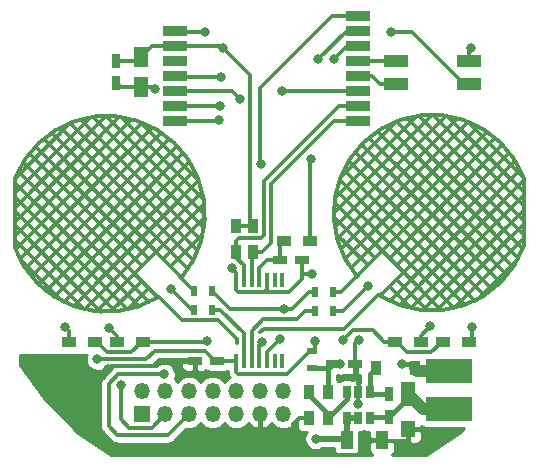
<source format=gtl>
G04 #@! TF.GenerationSoftware,KiCad,Pcbnew,no-vcs-found-6d52987~59~ubuntu16.04.1*
G04 #@! TF.CreationDate,2017-07-26T15:31:48+03:00*
G04 #@! TF.ProjectId,livolo_2_channels_1way_eu_switch,6C69766F6C6F5F325F6368616E6E656C,rev?*
G04 #@! TF.SameCoordinates,Original*
G04 #@! TF.FileFunction,Copper,L1,Top,Signal*
G04 #@! TF.FilePolarity,Positive*
%FSLAX46Y46*%
G04 Gerber Fmt 4.6, Leading zero omitted, Abs format (unit mm)*
G04 Created by KiCad (PCBNEW no-vcs-found-6d52987~59~ubuntu16.04.1) date Wed Jul 26 15:31:48 2017*
%MOMM*%
%LPD*%
G01*
G04 APERTURE LIST*
%ADD10C,0.300000*%
%ADD11R,2.000000X0.812800*%
%ADD12R,0.500000X0.900000*%
%ADD13R,2.000000X1.000000*%
%ADD14R,4.000000X2.000000*%
%ADD15R,1.200000X2.000000*%
%ADD16R,1.200000X1.400000*%
%ADD17R,0.900000X1.200000*%
%ADD18R,0.650000X1.060000*%
%ADD19R,1.200000X0.750000*%
%ADD20R,0.750000X1.200000*%
%ADD21R,1.200000X0.900000*%
%ADD22R,0.900000X0.500000*%
%ADD23O,1.350000X1.350000*%
%ADD24R,1.350000X1.350000*%
%ADD25R,1.260000X1.750000*%
%ADD26R,1.000000X1.600000*%
%ADD27R,0.400000X1.200000*%
%ADD28C,0.500000*%
%ADD29C,0.800000*%
%ADD30C,1.000000*%
%ADD31C,0.450000*%
%ADD32C,0.500000*%
%ADD33C,0.254000*%
G04 APERTURE END LIST*
D10*
X120889541Y-95391903D02*
G75*
G03X132999999Y-99649999I7785459J2791903D01*
G01*
X134992909Y-98012685D02*
G75*
G03X120925000Y-89575000I-6317909J5412685D01*
G01*
X120900000Y-89624946D02*
X120900000Y-95425000D01*
X135538257Y-97261758D02*
X124025721Y-85749222D01*
X125605965Y-84905888D02*
X120892966Y-89618887D01*
X136739542Y-90739531D02*
X126838572Y-100640501D01*
X131616559Y-84856670D02*
X136442473Y-89682584D01*
X132246678Y-96395119D02*
X122725478Y-86873919D01*
X133039443Y-99610914D02*
X121664197Y-88235668D01*
X125920933Y-100346130D02*
X136458534Y-89808529D01*
X136873884Y-91326195D02*
X129973672Y-84425983D01*
X121430323Y-96485994D02*
X124884838Y-99940509D01*
X134093456Y-97022197D02*
X136757837Y-94357816D01*
X136362306Y-95662707D02*
X125612119Y-84912520D01*
X122934367Y-98484666D02*
X134597050Y-86821983D01*
X133966056Y-86240957D02*
X122353385Y-97853628D01*
X130767479Y-84592474D02*
X120892474Y-94467479D01*
X122156953Y-87517334D02*
X131638715Y-96999096D01*
X136102544Y-88952499D02*
X125039834Y-100015209D01*
X124781631Y-85293082D02*
X135994360Y-96505811D01*
X120898895Y-93248958D02*
X129748964Y-84398889D01*
X131660268Y-98243585D02*
X129064128Y-100839725D01*
X120908553Y-91116094D02*
X130446253Y-100653794D01*
X128654907Y-84319318D02*
X136955296Y-92619707D01*
X129402779Y-100822310D02*
X120890230Y-92309761D01*
X126790720Y-100634321D02*
X120915566Y-94759167D01*
X120908963Y-93540574D02*
X128221843Y-100853454D01*
X132516979Y-85266974D02*
X121366974Y-96416979D01*
X126518178Y-84606639D02*
X136680815Y-94769276D01*
X136886801Y-93763212D02*
X127511723Y-84388134D01*
X123344181Y-86280652D02*
X135019466Y-97955937D01*
X121220690Y-89004121D02*
X132245878Y-100029309D01*
X131402299Y-100397770D02*
X120927137Y-89922608D01*
X127882698Y-100808445D02*
X136920686Y-91770457D01*
X121822505Y-97172548D02*
X133272526Y-85722527D01*
X128617929Y-84317924D02*
X120892722Y-92043131D01*
X135178001Y-87453002D02*
X123565154Y-99065849D01*
X124271291Y-99571732D02*
X135671547Y-88171476D01*
X121011018Y-95561035D02*
X131648526Y-84923527D01*
X120899332Y-90824421D02*
X127286887Y-84436866D01*
X130460061Y-100664290D02*
X132257809Y-98866542D01*
X136939651Y-92964202D02*
X133487744Y-96416109D01*
X164010459Y-95291903D02*
G75*
G02X151900001Y-99549999I-7785459J2791903D01*
G01*
X149907091Y-97912685D02*
G75*
G02X163975000Y-89475000I6317909J5412685D01*
G01*
X164000000Y-89524946D02*
X164000000Y-95325000D01*
X149361743Y-97161758D02*
X160874279Y-85649222D01*
X159294035Y-84805888D02*
X164007034Y-89518887D01*
X148160458Y-90639531D02*
X158061428Y-100540501D01*
X153283441Y-84756670D02*
X148457527Y-89582584D01*
X152653322Y-96295119D02*
X162174522Y-86773919D01*
X151860557Y-99510914D02*
X163235803Y-88135668D01*
X158979067Y-100246130D02*
X148441466Y-89708529D01*
X148026116Y-91226195D02*
X154926328Y-84325983D01*
X163469677Y-96385994D02*
X160015162Y-99840509D01*
X150806544Y-96922197D02*
X148142163Y-94257816D01*
X148537694Y-95562707D02*
X159287881Y-84812520D01*
X161965633Y-98384666D02*
X150302950Y-86721983D01*
X150933944Y-86140957D02*
X162546615Y-97753628D01*
X154132521Y-84492474D02*
X164007526Y-94367479D01*
X162743047Y-87417334D02*
X153261285Y-96899096D01*
X148797456Y-88852499D02*
X159860166Y-99915209D01*
X160118369Y-85193082D02*
X148905640Y-96405811D01*
X164001105Y-93148958D02*
X155151036Y-84298889D01*
X153239732Y-98143585D02*
X155835872Y-100739725D01*
X163991447Y-91016094D02*
X154453747Y-100553794D01*
X156245093Y-84219318D02*
X147944704Y-92519707D01*
X155497221Y-100722310D02*
X164009770Y-92209761D01*
X158109280Y-100534321D02*
X163984434Y-94659167D01*
X163991037Y-93440574D02*
X156678157Y-100753454D01*
X152383021Y-85166974D02*
X163533026Y-96316979D01*
X158381822Y-84506639D02*
X148219185Y-94669276D01*
X148013199Y-93663212D02*
X157388277Y-84288134D01*
X161555819Y-86180652D02*
X149880534Y-97855937D01*
X163679310Y-88904121D02*
X152654122Y-99929309D01*
X153497701Y-100297770D02*
X163972863Y-89822608D01*
X157017302Y-100708445D02*
X147979314Y-91670457D01*
X163077495Y-97072548D02*
X151627474Y-85622527D01*
X156282071Y-84217924D02*
X164007278Y-91943131D01*
X149721999Y-87353002D02*
X161334846Y-98965849D01*
X160628709Y-99471732D02*
X149228453Y-88071476D01*
X163888982Y-95461035D02*
X153251474Y-84823527D01*
X164000668Y-90724421D02*
X157613113Y-84336866D01*
X154439939Y-100564290D02*
X152642191Y-98766542D01*
X147960349Y-92864202D02*
X151412256Y-96316109D01*
D11*
X134500000Y-84710000D03*
X149946000Y-84710000D03*
X134500000Y-83440000D03*
X149946000Y-83440000D03*
X134500000Y-82170000D03*
X149946000Y-82170000D03*
X134500000Y-80900000D03*
X149946000Y-80900000D03*
X134500000Y-79630000D03*
X149946000Y-79630000D03*
X134500000Y-78360000D03*
X149946000Y-78360000D03*
X134500000Y-77090000D03*
X149946000Y-77090000D03*
X149946000Y-75820000D03*
D12*
X146350000Y-100800000D03*
X147850000Y-100800000D03*
X146350000Y-99200000D03*
X147850000Y-99200000D03*
X136100000Y-100700000D03*
X137600000Y-100700000D03*
X136100000Y-99100000D03*
X137600000Y-99100000D03*
D13*
X159400000Y-81600000D03*
X153150000Y-81600000D03*
X159400000Y-79600000D03*
X153150000Y-79600000D03*
D14*
X157700000Y-105850000D03*
X157700000Y-109100000D03*
D15*
X154200000Y-107800000D03*
D16*
X154200000Y-110800000D03*
D17*
X145800000Y-107700000D03*
X145800000Y-109900000D03*
D18*
X150000000Y-109900000D03*
X150950000Y-109900000D03*
X149050000Y-109900000D03*
X149050000Y-107700000D03*
X150000000Y-107700000D03*
X150950000Y-107700000D03*
D19*
X147850000Y-105300000D03*
X149750000Y-105300000D03*
D20*
X152600000Y-109750000D03*
X152600000Y-107850000D03*
D17*
X154750000Y-105600000D03*
X151450000Y-105600000D03*
X147400000Y-109900000D03*
X147400000Y-107700000D03*
D21*
X155300000Y-103400000D03*
X153100000Y-103400000D03*
X157200000Y-103400000D03*
X159400000Y-103400000D03*
X129600000Y-103400000D03*
X131800000Y-103400000D03*
X127700000Y-103400000D03*
X125500000Y-103400000D03*
D22*
X146100000Y-104150000D03*
X146100000Y-105650000D03*
D23*
X143650000Y-107550000D03*
X143650000Y-109550000D03*
X141650000Y-107550000D03*
X141650000Y-109550000D03*
X139650000Y-107550000D03*
X139650000Y-109550000D03*
X137650000Y-107550000D03*
X137650000Y-109550000D03*
X135650000Y-107550000D03*
X135650000Y-109550000D03*
X133650000Y-107550000D03*
X133650000Y-109550000D03*
X131650000Y-107550000D03*
D24*
X131650000Y-109550000D03*
D25*
X131600000Y-81875000D03*
X131600000Y-79325000D03*
D20*
X129500000Y-79600000D03*
X129500000Y-81500000D03*
D26*
X152000000Y-111700000D03*
X149000000Y-111700000D03*
D19*
X136150000Y-105000000D03*
X138050000Y-105000000D03*
X145250000Y-96500000D03*
X143350000Y-96500000D03*
D17*
X139600000Y-93600000D03*
X139600000Y-95800000D03*
D21*
X145900000Y-94900000D03*
X143700000Y-94900000D03*
D17*
X141100000Y-95800000D03*
X141100000Y-93600000D03*
D27*
X139650000Y-98150000D03*
X140300000Y-98150000D03*
X140950000Y-98150000D03*
X141600000Y-98150000D03*
X142250000Y-98150000D03*
X142900000Y-98150000D03*
X143550000Y-98150000D03*
X143550000Y-105050000D03*
X142900000Y-105050000D03*
X142250000Y-105050000D03*
X141600000Y-105050000D03*
X140950000Y-105050000D03*
X140300000Y-105050000D03*
X139650000Y-105050000D03*
D28*
X132950000Y-99575000D03*
X135000000Y-97900000D03*
X151950000Y-99475000D03*
X149900000Y-97800000D03*
D29*
X159500000Y-78500000D03*
X138500000Y-78500000D03*
X127899996Y-104900000D03*
X146300000Y-103300000D03*
X132749996Y-82000000D03*
X146100000Y-97700000D03*
X139300000Y-97200000D03*
X150035090Y-103249990D03*
X128800000Y-105750032D03*
X152800002Y-77200000D03*
X150800000Y-111800000D03*
X150000000Y-108669998D03*
X137000000Y-77200000D03*
X153700000Y-105300000D03*
X148449998Y-105300000D03*
X146400000Y-111599998D03*
X128900000Y-102200000D03*
X125194336Y-102172950D03*
X159591515Y-102115141D03*
X156099946Y-102100000D03*
X137207897Y-103342742D03*
X141720518Y-88370840D03*
X148700004Y-103249990D03*
X146600002Y-79500000D03*
X138227690Y-84670213D03*
X129905440Y-107104681D03*
X139949990Y-82840072D03*
X138264885Y-83406563D03*
X133551048Y-106151048D03*
X138400000Y-81000000D03*
X143347890Y-103154207D03*
X143659716Y-100638647D03*
X150800000Y-98700000D03*
X134100005Y-98899995D03*
X146000000Y-87900000D03*
X147900000Y-79500000D03*
X141850802Y-103448768D03*
X143549979Y-82200645D03*
D10*
X141100000Y-93600000D02*
X141100000Y-93450000D01*
X141100000Y-93450000D02*
X140800000Y-93150000D01*
X140800000Y-93150000D02*
X140800000Y-80800000D01*
X140800000Y-80800000D02*
X138500000Y-78500000D01*
X159400000Y-79600000D02*
X159400000Y-78600000D01*
X159400000Y-78600000D02*
X159500000Y-78500000D01*
X138360000Y-78360000D02*
X138500000Y-78500000D01*
X134500000Y-78360000D02*
X138360000Y-78360000D01*
X141100000Y-93600000D02*
X139600000Y-93600000D01*
X128465689Y-104900008D02*
X128465681Y-104900000D01*
X136999999Y-104174999D02*
X132776458Y-104174999D01*
X132776458Y-104174999D02*
X132051449Y-104900008D01*
X128465681Y-104900000D02*
X127899996Y-104900000D01*
X137825000Y-105000000D02*
X136999999Y-104174999D01*
X138050000Y-105000000D02*
X137825000Y-105000000D01*
X132051449Y-104900008D02*
X128465689Y-104900008D01*
X146300000Y-103300000D02*
X146300000Y-103950000D01*
X146300000Y-103950000D02*
X146100000Y-104150000D01*
X139800000Y-106100000D02*
X143950000Y-106100000D01*
X143950000Y-106100000D02*
X145900000Y-104150000D01*
X145900000Y-104150000D02*
X146100000Y-104150000D01*
X139650000Y-105050000D02*
X139650000Y-105950000D01*
X139650000Y-105950000D02*
X139800000Y-106100000D01*
X139650000Y-105050000D02*
X138100000Y-105050000D01*
X138100000Y-105050000D02*
X138050000Y-105000000D01*
X134500000Y-78360000D02*
X132565000Y-78360000D01*
X132565000Y-78360000D02*
X131600000Y-79325000D01*
X129500000Y-79600000D02*
X131325000Y-79600000D01*
X131325000Y-79600000D02*
X131600000Y-79325000D01*
X132624996Y-81875000D02*
X132749996Y-82000000D01*
X131600000Y-81875000D02*
X132624996Y-81875000D01*
X159400000Y-81600000D02*
X158900000Y-81600000D01*
X158900000Y-81600000D02*
X154500000Y-77200000D01*
X154500000Y-77200000D02*
X152800002Y-77200000D01*
X145250000Y-96500000D02*
X145250000Y-97700000D01*
X145250000Y-97700000D02*
X145250000Y-97900000D01*
X146100000Y-97700000D02*
X145250000Y-97700000D01*
X145250000Y-96500000D02*
X145250000Y-97175000D01*
X139650000Y-98150000D02*
X139650000Y-97550000D01*
X139650000Y-97550000D02*
X139300000Y-97200000D01*
X131600000Y-81875000D02*
X129875000Y-81875000D01*
X129875000Y-81875000D02*
X129500000Y-81500000D01*
X145250000Y-97900000D02*
X145250000Y-97750000D01*
X149750000Y-105300000D02*
X149750000Y-103535080D01*
X149750000Y-103535080D02*
X150035090Y-103249990D01*
X132579422Y-105500023D02*
X129050009Y-105500023D01*
X136150000Y-105000000D02*
X133079445Y-105000000D01*
X129050009Y-105500023D02*
X128800000Y-105750032D01*
X133079445Y-105000000D02*
X132579422Y-105500023D01*
X144101448Y-99200000D02*
X142000000Y-99200000D01*
X145250000Y-97900000D02*
X145250000Y-98051448D01*
X145250000Y-98051448D02*
X144101448Y-99200000D01*
X142250000Y-98150000D02*
X142250000Y-98950000D01*
X142250000Y-98950000D02*
X142000000Y-99200000D01*
X139800000Y-99200000D02*
X142000000Y-99200000D01*
X139650000Y-98150000D02*
X139650000Y-99050000D01*
X139650000Y-99050000D02*
X139800000Y-99200000D01*
X150800000Y-111800000D02*
X154200000Y-111800000D01*
X154200000Y-111800000D02*
X154200000Y-110800000D01*
X150165685Y-113000000D02*
X146200000Y-113000000D01*
X150800000Y-112365685D02*
X150165685Y-113000000D01*
X146200000Y-113000000D02*
X144500000Y-111300000D01*
X150800000Y-111800000D02*
X150800000Y-112365685D01*
X144500000Y-111300000D02*
X144500000Y-110675001D01*
X141650000Y-109550000D02*
X141650000Y-111200000D01*
X141650000Y-111200000D02*
X144500000Y-111200000D01*
X144500000Y-111200000D02*
X144500000Y-110675001D01*
X144500000Y-110675001D02*
X144500000Y-110400000D01*
X144500000Y-110400000D02*
X145000000Y-109900000D01*
X145000000Y-109900000D02*
X145800000Y-109900000D01*
X150000000Y-107700000D02*
X150000000Y-108669998D01*
X137000000Y-77200000D02*
X134610000Y-77200000D01*
X134610000Y-77200000D02*
X134500000Y-77090000D01*
D30*
X157700000Y-105850000D02*
X155000000Y-105850000D01*
X155000000Y-105850000D02*
X154750000Y-105600000D01*
D31*
X147400000Y-107700000D02*
X147400000Y-105800000D01*
X147250000Y-105650000D02*
X146100000Y-105650000D01*
X147400000Y-105800000D02*
X147250000Y-105650000D01*
X147850000Y-105300000D02*
X147550000Y-105600000D01*
X147550000Y-105600000D02*
X146150000Y-105600000D01*
X146150000Y-105600000D02*
X146100000Y-105650000D01*
X153700000Y-105300000D02*
X154450000Y-105300000D01*
X154450000Y-105300000D02*
X154750000Y-105600000D01*
X147850000Y-105300000D02*
X148449998Y-105300000D01*
X147850000Y-105300000D02*
X148075000Y-105300000D01*
D30*
X157700000Y-109100000D02*
X155500000Y-109100000D01*
X155500000Y-109100000D02*
X154200000Y-107800000D01*
D31*
X152600000Y-109750000D02*
X154200000Y-108150000D01*
X152600000Y-109750000D02*
X151100000Y-109750000D01*
X151100000Y-109750000D02*
X150950000Y-109900000D01*
X152600000Y-107850000D02*
X151100000Y-107850000D01*
X151100000Y-107850000D02*
X150950000Y-107700000D01*
X150950000Y-107700000D02*
X150950000Y-106100000D01*
X150950000Y-106100000D02*
X151450000Y-105600000D01*
D32*
X146400002Y-111600000D02*
X146400000Y-111599998D01*
X149000000Y-111600000D02*
X146400002Y-111600000D01*
X131650000Y-107550000D02*
X131600000Y-107500000D01*
X149000000Y-111600000D02*
X149000000Y-109950000D01*
X149000000Y-109950000D02*
X149050000Y-109900000D01*
X150000000Y-109900000D02*
X149050000Y-109900000D01*
D10*
X129600000Y-103400000D02*
X129600000Y-102900000D01*
X129600000Y-102900000D02*
X128900000Y-102200000D01*
X125500000Y-103400000D02*
X125500000Y-102478614D01*
X125500000Y-102478614D02*
X125194336Y-102172950D01*
X159400000Y-103400000D02*
X159600000Y-103200000D01*
X159600000Y-103200000D02*
X159600000Y-102123626D01*
X159600000Y-102123626D02*
X159591515Y-102115141D01*
X155300000Y-103400000D02*
X155300000Y-102900000D01*
X155300000Y-102900000D02*
X156099946Y-102100054D01*
X156099946Y-102100054D02*
X156099946Y-102100000D01*
X141850000Y-95800000D02*
X141100000Y-95800000D01*
X142600012Y-95049988D02*
X141850000Y-95800000D01*
X142600012Y-90048530D02*
X142600012Y-95049988D01*
X149946000Y-84710000D02*
X147938542Y-84710000D01*
X147938542Y-84710000D02*
X142600012Y-90048530D01*
X140950000Y-98150000D02*
X140950000Y-95950000D01*
X140950000Y-95950000D02*
X141100000Y-95800000D01*
X137150639Y-103400000D02*
X137207897Y-103342742D01*
X131800000Y-103400000D02*
X137150639Y-103400000D01*
X149946000Y-75820000D02*
X147780000Y-75820000D01*
X147780000Y-75820000D02*
X141700000Y-81900000D01*
X141700000Y-88200000D02*
X141795679Y-88295679D01*
X141700000Y-81900000D02*
X141700000Y-88200000D01*
X141795679Y-88295679D02*
X141720518Y-88370840D01*
X127850000Y-103400000D02*
X128750001Y-104300001D01*
X130749999Y-104300001D02*
X131650000Y-103400000D01*
X131650000Y-103400000D02*
X131800000Y-103400000D01*
X128750001Y-104300001D02*
X130749999Y-104300001D01*
X127700000Y-103400000D02*
X127850000Y-103400000D01*
X139558004Y-96200000D02*
X139500000Y-96200000D01*
X140300000Y-96941996D02*
X139558004Y-96200000D01*
X140300000Y-98150000D02*
X140300000Y-96941996D01*
X149946000Y-83440000D02*
X148360000Y-83440000D01*
X148360000Y-83440000D02*
X142000001Y-89799999D01*
X142000001Y-89799999D02*
X142000001Y-94388518D01*
X142000001Y-94388518D02*
X141738518Y-94650001D01*
X141738518Y-94650001D02*
X139849999Y-94650001D01*
X139849999Y-94650001D02*
X139600000Y-94900000D01*
X139600000Y-94900000D02*
X139600000Y-95800000D01*
X149946000Y-77090000D02*
X149010000Y-77090000D01*
X149010000Y-77090000D02*
X146600002Y-79499998D01*
X146600002Y-79499998D02*
X146600002Y-79500000D01*
X157200000Y-103400000D02*
X157050000Y-103400000D01*
X157050000Y-103400000D02*
X156149999Y-104300001D01*
X156149999Y-104300001D02*
X154150001Y-104300001D01*
X154150001Y-104300001D02*
X153250000Y-103400000D01*
X153250000Y-103400000D02*
X153100000Y-103400000D01*
X153100000Y-103400000D02*
X152200000Y-103400000D01*
X152200000Y-103400000D02*
X151199987Y-102399987D01*
X151199987Y-102399987D02*
X149550007Y-102399987D01*
X149550007Y-102399987D02*
X148700004Y-103249990D01*
X153100000Y-103400000D02*
X152900000Y-103400000D01*
D31*
X147400000Y-109900000D02*
X147400000Y-109504998D01*
X147400000Y-109504998D02*
X145800000Y-107904998D01*
X145800000Y-107904998D02*
X145800000Y-107700000D01*
X149050000Y-107700000D02*
X149050000Y-108250000D01*
X149050000Y-108250000D02*
X147400000Y-109900000D01*
D10*
X149050000Y-107905000D02*
X149050000Y-107700000D01*
X138187903Y-84710000D02*
X138227690Y-84670213D01*
X134500000Y-84710000D02*
X138187903Y-84710000D01*
X133650000Y-109550000D02*
X132524999Y-110675001D01*
X129905440Y-109965442D02*
X129905440Y-107104681D01*
X132524999Y-110675001D02*
X130614999Y-110675001D01*
X130614999Y-110675001D02*
X129905440Y-109965442D01*
X139279918Y-82170000D02*
X139949990Y-82840072D01*
X134500000Y-82170000D02*
X139279918Y-82170000D01*
X138231448Y-83440000D02*
X138264885Y-83406563D01*
X134500000Y-83440000D02*
X138231448Y-83440000D01*
X129656976Y-106151048D02*
X133551048Y-106151048D01*
X129600000Y-111300000D02*
X128857146Y-110557146D01*
X133900000Y-111300000D02*
X129600000Y-111300000D01*
X135650000Y-109550000D02*
X133900000Y-111300000D01*
X128857146Y-110557146D02*
X128857146Y-106950878D01*
X128857146Y-106950878D02*
X129656976Y-106151048D01*
X138400000Y-81000000D02*
X134600000Y-81000000D01*
X134600000Y-81000000D02*
X134500000Y-80900000D01*
X133650000Y-107550000D02*
X133650000Y-107250000D01*
X149946000Y-79630000D02*
X153120000Y-79630000D01*
X153120000Y-79630000D02*
X153150000Y-79600000D01*
X153150000Y-81600000D02*
X151850000Y-81600000D01*
X151850000Y-81600000D02*
X151150000Y-80900000D01*
X151150000Y-80900000D02*
X149946000Y-80900000D01*
X143350000Y-96500000D02*
X143350000Y-95250000D01*
X143350000Y-95250000D02*
X143700000Y-94900000D01*
X141600000Y-98150000D02*
X141600000Y-97150000D01*
X141600000Y-97150000D02*
X142250000Y-96500000D01*
X142250000Y-96500000D02*
X143150000Y-96500000D01*
X143659716Y-100638647D02*
X144361353Y-100638647D01*
X144361353Y-100638647D02*
X145800000Y-99200000D01*
X145800000Y-99200000D02*
X146350000Y-99200000D01*
X139138647Y-100638647D02*
X137600000Y-99100000D01*
X143659716Y-100638647D02*
X139138647Y-100638647D01*
X143721069Y-100700000D02*
X143659716Y-100638647D01*
X142250000Y-105050000D02*
X142250000Y-104252097D01*
X142250000Y-104252097D02*
X143347890Y-103154207D01*
X135000000Y-97900000D02*
X135000000Y-98000000D01*
X135000000Y-98000000D02*
X136100000Y-99100000D01*
X132950000Y-99575000D02*
X133075000Y-99575000D01*
X133075000Y-99575000D02*
X135100001Y-101600001D01*
X135100001Y-101600001D02*
X138100001Y-101600001D01*
X138100001Y-101600001D02*
X139700000Y-103200000D01*
X139700000Y-103200000D02*
X139700000Y-103500000D01*
X132950000Y-99575000D02*
X132950000Y-99610002D01*
X135000000Y-97900000D02*
X132900000Y-95800000D01*
X132900000Y-95800000D02*
X131100000Y-97600000D01*
X131100000Y-97600000D02*
X131100000Y-97725000D01*
X131100000Y-97725000D02*
X132950000Y-99575000D01*
X146350000Y-100800000D02*
X145500000Y-100800000D01*
X145500000Y-100800000D02*
X144800000Y-101500000D01*
X141951457Y-101500000D02*
X140950000Y-102501457D01*
X144800000Y-101500000D02*
X141951457Y-101500000D01*
X140950000Y-102501457D02*
X140950000Y-105050000D01*
X150800000Y-98700000D02*
X148700000Y-100800000D01*
X148700000Y-100800000D02*
X147850000Y-100800000D01*
X147850000Y-99200000D02*
X148500000Y-99200000D01*
X148500000Y-99200000D02*
X149900000Y-97800000D01*
X153800000Y-97500000D02*
X153800000Y-97625000D01*
X153800000Y-97625000D02*
X151950000Y-99475000D01*
X152000000Y-95700000D02*
X153800000Y-97500000D01*
X149900000Y-97800000D02*
X152000000Y-95700000D01*
X148801451Y-102300000D02*
X142000000Y-102300000D01*
X142000000Y-102300000D02*
X141701233Y-102598767D01*
X151950000Y-99475000D02*
X151626451Y-99475000D01*
X151626451Y-99475000D02*
X148801451Y-102300000D01*
X138300000Y-100700000D02*
X137600000Y-100700000D01*
X140300000Y-102700000D02*
X140300000Y-105050000D01*
X138300000Y-100700000D02*
X140300000Y-102700000D01*
X136100000Y-100700000D02*
X135900000Y-100700000D01*
X135900000Y-100700000D02*
X134100005Y-98900005D01*
X134100005Y-98900005D02*
X134100005Y-98899995D01*
X149946000Y-78360000D02*
X149040000Y-78360000D01*
X149040000Y-78360000D02*
X147900000Y-79500000D01*
X145900000Y-88000000D02*
X146000000Y-87900000D01*
X145900000Y-94900000D02*
X145900000Y-88000000D01*
X141600000Y-105050000D02*
X141600000Y-103699570D01*
X141600000Y-103699570D02*
X141850802Y-103448768D01*
X143580624Y-82170000D02*
X143549979Y-82200645D01*
X149946000Y-82170000D02*
X143580624Y-82170000D01*
D33*
G36*
X126964223Y-104603155D02*
X126924387Y-104790568D01*
X126921712Y-104982149D01*
X126956299Y-105170601D01*
X127026832Y-105348745D01*
X127130623Y-105509798D01*
X127263719Y-105647623D01*
X127421051Y-105756971D01*
X127596626Y-105833678D01*
X127783756Y-105874821D01*
X127975313Y-105878834D01*
X128164002Y-105845563D01*
X128342635Y-105776276D01*
X128504407Y-105673611D01*
X128553345Y-105627008D01*
X129153702Y-105627008D01*
X129150137Y-105629854D01*
X129144818Y-105635100D01*
X129144707Y-105635190D01*
X129144622Y-105635292D01*
X129142909Y-105636982D01*
X128343079Y-106436811D01*
X128300465Y-106488691D01*
X128257288Y-106540147D01*
X128255444Y-106543501D01*
X128253021Y-106546451D01*
X128221298Y-106605614D01*
X128188935Y-106664482D01*
X128187780Y-106668123D01*
X128185972Y-106671495D01*
X128166315Y-106735788D01*
X128146033Y-106799726D01*
X128145608Y-106803519D01*
X128144488Y-106807181D01*
X128137694Y-106874072D01*
X128130217Y-106940727D01*
X128130165Y-106948195D01*
X128130150Y-106948340D01*
X128130163Y-106948475D01*
X128130146Y-106950878D01*
X128130146Y-110557146D01*
X128136698Y-110623965D01*
X128142552Y-110690879D01*
X128143619Y-110694552D01*
X128143992Y-110698354D01*
X128163397Y-110762628D01*
X128182137Y-110827130D01*
X128183896Y-110830523D01*
X128185001Y-110834184D01*
X128216560Y-110893538D01*
X128247433Y-110953098D01*
X128249814Y-110956081D01*
X128251612Y-110959462D01*
X128294092Y-111011547D01*
X128335952Y-111063985D01*
X128341201Y-111069309D01*
X128341288Y-111069415D01*
X128341386Y-111069496D01*
X128343079Y-111071213D01*
X129085933Y-111814066D01*
X129137783Y-111856656D01*
X129189269Y-111899858D01*
X129192623Y-111901702D01*
X129195573Y-111904125D01*
X129254736Y-111935848D01*
X129313604Y-111968211D01*
X129317245Y-111969366D01*
X129320617Y-111971174D01*
X129384869Y-111990818D01*
X129448848Y-112011113D01*
X129452646Y-112011539D01*
X129456303Y-112012657D01*
X129523100Y-112019442D01*
X129589849Y-112026929D01*
X129597327Y-112026981D01*
X129597462Y-112026995D01*
X129597588Y-112026983D01*
X129600000Y-112027000D01*
X133900000Y-112027000D01*
X133966819Y-112020448D01*
X134033733Y-112014594D01*
X134037406Y-112013527D01*
X134041208Y-112013154D01*
X134105482Y-111993749D01*
X134169984Y-111975009D01*
X134173377Y-111973250D01*
X134177038Y-111972145D01*
X134236392Y-111940586D01*
X134295952Y-111909713D01*
X134298935Y-111907332D01*
X134302316Y-111905534D01*
X134354401Y-111863054D01*
X134406839Y-111821194D01*
X134412163Y-111815945D01*
X134412269Y-111815858D01*
X134412350Y-111815760D01*
X134414067Y-111814067D01*
X135441140Y-110786994D01*
X135641259Y-110808027D01*
X135884601Y-110785882D01*
X136119007Y-110716892D01*
X136335549Y-110603687D01*
X136525979Y-110450578D01*
X136650567Y-110302099D01*
X136761617Y-110438260D01*
X136949890Y-110594013D01*
X137164830Y-110710231D01*
X137398250Y-110782486D01*
X137641259Y-110808027D01*
X137884601Y-110785882D01*
X138119007Y-110716892D01*
X138335549Y-110603687D01*
X138525979Y-110450578D01*
X138650567Y-110302099D01*
X138761617Y-110438260D01*
X138949890Y-110594013D01*
X139164830Y-110710231D01*
X139398250Y-110782486D01*
X139641259Y-110808027D01*
X139884601Y-110785882D01*
X140119007Y-110716892D01*
X140335549Y-110603687D01*
X140525979Y-110450578D01*
X140651029Y-110301548D01*
X140799968Y-110469217D01*
X140995631Y-110617388D01*
X141216442Y-110724539D01*
X141357951Y-110767462D01*
X141552000Y-110653407D01*
X141552000Y-109648000D01*
X141532000Y-109648000D01*
X141532000Y-109452000D01*
X141552000Y-109452000D01*
X141552000Y-109432000D01*
X141748000Y-109432000D01*
X141748000Y-109452000D01*
X141768000Y-109452000D01*
X141768000Y-109648000D01*
X141748000Y-109648000D01*
X141748000Y-110653407D01*
X141942049Y-110767462D01*
X142083558Y-110724539D01*
X142304369Y-110617388D01*
X142500032Y-110469217D01*
X142649569Y-110300875D01*
X142761617Y-110438260D01*
X142949890Y-110594013D01*
X143164830Y-110710231D01*
X143398250Y-110782486D01*
X143641259Y-110808027D01*
X143884601Y-110785882D01*
X144119007Y-110716892D01*
X144335549Y-110603687D01*
X144525979Y-110450578D01*
X144683042Y-110263397D01*
X144800757Y-110049273D01*
X144817021Y-109998002D01*
X144917248Y-109998002D01*
X144773000Y-110142250D01*
X144773000Y-110556830D01*
X144795174Y-110668305D01*
X144838669Y-110773312D01*
X144901815Y-110867816D01*
X144982184Y-110948185D01*
X145076688Y-111011331D01*
X145181696Y-111054826D01*
X145293171Y-111077000D01*
X145557750Y-111077000D01*
X145609207Y-111025543D01*
X145539706Y-111127047D01*
X145464227Y-111303153D01*
X145424391Y-111490566D01*
X145421716Y-111682147D01*
X145456303Y-111870599D01*
X145526836Y-112048743D01*
X145630627Y-112209796D01*
X145763723Y-112347621D01*
X145921055Y-112456969D01*
X146096630Y-112533676D01*
X146283760Y-112574819D01*
X146475317Y-112578832D01*
X146664006Y-112545561D01*
X146842639Y-112476274D01*
X146920281Y-112427000D01*
X147920209Y-112427000D01*
X147920209Y-112500000D01*
X147931350Y-112613112D01*
X147964343Y-112721876D01*
X148017921Y-112822115D01*
X148090026Y-112909974D01*
X148168431Y-112974320D01*
X129090339Y-112974320D01*
X126299249Y-111115955D01*
X123416766Y-108200423D01*
X121327000Y-105392299D01*
X121327000Y-104527000D01*
X126996863Y-104527000D01*
X126964223Y-104603155D01*
X126964223Y-104603155D01*
G37*
X126964223Y-104603155D02*
X126924387Y-104790568D01*
X126921712Y-104982149D01*
X126956299Y-105170601D01*
X127026832Y-105348745D01*
X127130623Y-105509798D01*
X127263719Y-105647623D01*
X127421051Y-105756971D01*
X127596626Y-105833678D01*
X127783756Y-105874821D01*
X127975313Y-105878834D01*
X128164002Y-105845563D01*
X128342635Y-105776276D01*
X128504407Y-105673611D01*
X128553345Y-105627008D01*
X129153702Y-105627008D01*
X129150137Y-105629854D01*
X129144818Y-105635100D01*
X129144707Y-105635190D01*
X129144622Y-105635292D01*
X129142909Y-105636982D01*
X128343079Y-106436811D01*
X128300465Y-106488691D01*
X128257288Y-106540147D01*
X128255444Y-106543501D01*
X128253021Y-106546451D01*
X128221298Y-106605614D01*
X128188935Y-106664482D01*
X128187780Y-106668123D01*
X128185972Y-106671495D01*
X128166315Y-106735788D01*
X128146033Y-106799726D01*
X128145608Y-106803519D01*
X128144488Y-106807181D01*
X128137694Y-106874072D01*
X128130217Y-106940727D01*
X128130165Y-106948195D01*
X128130150Y-106948340D01*
X128130163Y-106948475D01*
X128130146Y-106950878D01*
X128130146Y-110557146D01*
X128136698Y-110623965D01*
X128142552Y-110690879D01*
X128143619Y-110694552D01*
X128143992Y-110698354D01*
X128163397Y-110762628D01*
X128182137Y-110827130D01*
X128183896Y-110830523D01*
X128185001Y-110834184D01*
X128216560Y-110893538D01*
X128247433Y-110953098D01*
X128249814Y-110956081D01*
X128251612Y-110959462D01*
X128294092Y-111011547D01*
X128335952Y-111063985D01*
X128341201Y-111069309D01*
X128341288Y-111069415D01*
X128341386Y-111069496D01*
X128343079Y-111071213D01*
X129085933Y-111814066D01*
X129137783Y-111856656D01*
X129189269Y-111899858D01*
X129192623Y-111901702D01*
X129195573Y-111904125D01*
X129254736Y-111935848D01*
X129313604Y-111968211D01*
X129317245Y-111969366D01*
X129320617Y-111971174D01*
X129384869Y-111990818D01*
X129448848Y-112011113D01*
X129452646Y-112011539D01*
X129456303Y-112012657D01*
X129523100Y-112019442D01*
X129589849Y-112026929D01*
X129597327Y-112026981D01*
X129597462Y-112026995D01*
X129597588Y-112026983D01*
X129600000Y-112027000D01*
X133900000Y-112027000D01*
X133966819Y-112020448D01*
X134033733Y-112014594D01*
X134037406Y-112013527D01*
X134041208Y-112013154D01*
X134105482Y-111993749D01*
X134169984Y-111975009D01*
X134173377Y-111973250D01*
X134177038Y-111972145D01*
X134236392Y-111940586D01*
X134295952Y-111909713D01*
X134298935Y-111907332D01*
X134302316Y-111905534D01*
X134354401Y-111863054D01*
X134406839Y-111821194D01*
X134412163Y-111815945D01*
X134412269Y-111815858D01*
X134412350Y-111815760D01*
X134414067Y-111814067D01*
X135441140Y-110786994D01*
X135641259Y-110808027D01*
X135884601Y-110785882D01*
X136119007Y-110716892D01*
X136335549Y-110603687D01*
X136525979Y-110450578D01*
X136650567Y-110302099D01*
X136761617Y-110438260D01*
X136949890Y-110594013D01*
X137164830Y-110710231D01*
X137398250Y-110782486D01*
X137641259Y-110808027D01*
X137884601Y-110785882D01*
X138119007Y-110716892D01*
X138335549Y-110603687D01*
X138525979Y-110450578D01*
X138650567Y-110302099D01*
X138761617Y-110438260D01*
X138949890Y-110594013D01*
X139164830Y-110710231D01*
X139398250Y-110782486D01*
X139641259Y-110808027D01*
X139884601Y-110785882D01*
X140119007Y-110716892D01*
X140335549Y-110603687D01*
X140525979Y-110450578D01*
X140651029Y-110301548D01*
X140799968Y-110469217D01*
X140995631Y-110617388D01*
X141216442Y-110724539D01*
X141357951Y-110767462D01*
X141552000Y-110653407D01*
X141552000Y-109648000D01*
X141532000Y-109648000D01*
X141532000Y-109452000D01*
X141552000Y-109452000D01*
X141552000Y-109432000D01*
X141748000Y-109432000D01*
X141748000Y-109452000D01*
X141768000Y-109452000D01*
X141768000Y-109648000D01*
X141748000Y-109648000D01*
X141748000Y-110653407D01*
X141942049Y-110767462D01*
X142083558Y-110724539D01*
X142304369Y-110617388D01*
X142500032Y-110469217D01*
X142649569Y-110300875D01*
X142761617Y-110438260D01*
X142949890Y-110594013D01*
X143164830Y-110710231D01*
X143398250Y-110782486D01*
X143641259Y-110808027D01*
X143884601Y-110785882D01*
X144119007Y-110716892D01*
X144335549Y-110603687D01*
X144525979Y-110450578D01*
X144683042Y-110263397D01*
X144800757Y-110049273D01*
X144817021Y-109998002D01*
X144917248Y-109998002D01*
X144773000Y-110142250D01*
X144773000Y-110556830D01*
X144795174Y-110668305D01*
X144838669Y-110773312D01*
X144901815Y-110867816D01*
X144982184Y-110948185D01*
X145076688Y-111011331D01*
X145181696Y-111054826D01*
X145293171Y-111077000D01*
X145557750Y-111077000D01*
X145609207Y-111025543D01*
X145539706Y-111127047D01*
X145464227Y-111303153D01*
X145424391Y-111490566D01*
X145421716Y-111682147D01*
X145456303Y-111870599D01*
X145526836Y-112048743D01*
X145630627Y-112209796D01*
X145763723Y-112347621D01*
X145921055Y-112456969D01*
X146096630Y-112533676D01*
X146283760Y-112574819D01*
X146475317Y-112578832D01*
X146664006Y-112545561D01*
X146842639Y-112476274D01*
X146920281Y-112427000D01*
X147920209Y-112427000D01*
X147920209Y-112500000D01*
X147931350Y-112613112D01*
X147964343Y-112721876D01*
X148017921Y-112822115D01*
X148090026Y-112909974D01*
X148168431Y-112974320D01*
X129090339Y-112974320D01*
X126299249Y-111115955D01*
X123416766Y-108200423D01*
X121327000Y-105392299D01*
X121327000Y-104527000D01*
X126996863Y-104527000D01*
X126964223Y-104603155D01*
G36*
X150511888Y-110998650D02*
X150625000Y-111009791D01*
X150923000Y-111009791D01*
X150923000Y-111457750D01*
X151067250Y-111602000D01*
X151902000Y-111602000D01*
X151902000Y-111582000D01*
X152098000Y-111582000D01*
X152098000Y-111602000D01*
X152118000Y-111602000D01*
X152118000Y-111798000D01*
X152098000Y-111798000D01*
X152098000Y-111818000D01*
X151902000Y-111818000D01*
X151902000Y-111798000D01*
X151067250Y-111798000D01*
X150923000Y-111942250D01*
X150923000Y-112556829D01*
X150945174Y-112668304D01*
X150988669Y-112773312D01*
X151051815Y-112867816D01*
X151132184Y-112948185D01*
X151171298Y-112974320D01*
X149831569Y-112974320D01*
X149909974Y-112909974D01*
X149982079Y-112822115D01*
X150035657Y-112721876D01*
X150068650Y-112613112D01*
X150079791Y-112500000D01*
X150079791Y-111009791D01*
X150325000Y-111009791D01*
X150438112Y-110998650D01*
X150475000Y-110987460D01*
X150511888Y-110998650D01*
X150511888Y-110998650D01*
G37*
X150511888Y-110998650D02*
X150625000Y-111009791D01*
X150923000Y-111009791D01*
X150923000Y-111457750D01*
X151067250Y-111602000D01*
X151902000Y-111602000D01*
X151902000Y-111582000D01*
X152098000Y-111582000D01*
X152098000Y-111602000D01*
X152118000Y-111602000D01*
X152118000Y-111798000D01*
X152098000Y-111798000D01*
X152098000Y-111818000D01*
X151902000Y-111818000D01*
X151902000Y-111798000D01*
X151067250Y-111798000D01*
X150923000Y-111942250D01*
X150923000Y-112556829D01*
X150945174Y-112668304D01*
X150988669Y-112773312D01*
X151051815Y-112867816D01*
X151132184Y-112948185D01*
X151171298Y-112974320D01*
X149831569Y-112974320D01*
X149909974Y-112909974D01*
X149982079Y-112822115D01*
X150035657Y-112721876D01*
X150068650Y-112613112D01*
X150079791Y-112500000D01*
X150079791Y-111009791D01*
X150325000Y-111009791D01*
X150438112Y-110998650D01*
X150475000Y-110987460D01*
X150511888Y-110998650D01*
G36*
X155377885Y-110582079D02*
X155478124Y-110635657D01*
X155586888Y-110668650D01*
X155700000Y-110679791D01*
X158936121Y-110679791D01*
X158501216Y-111115019D01*
X155708721Y-112974320D01*
X152828702Y-112974320D01*
X152867816Y-112948185D01*
X152948185Y-112867816D01*
X153011331Y-112773312D01*
X153054826Y-112668304D01*
X153077000Y-112556829D01*
X153077000Y-111942250D01*
X152932752Y-111798002D01*
X153077000Y-111798002D01*
X153077000Y-111745140D01*
X153088669Y-111773312D01*
X153151815Y-111867816D01*
X153232184Y-111948185D01*
X153326688Y-112011331D01*
X153431696Y-112054826D01*
X153543171Y-112077000D01*
X153957750Y-112077000D01*
X154102000Y-111932750D01*
X154102000Y-110898000D01*
X154298000Y-110898000D01*
X154298000Y-111932750D01*
X154442250Y-112077000D01*
X154856829Y-112077000D01*
X154968304Y-112054826D01*
X155073312Y-112011331D01*
X155167816Y-111948185D01*
X155248185Y-111867816D01*
X155311331Y-111773312D01*
X155354826Y-111668305D01*
X155377000Y-111556830D01*
X155377000Y-111042250D01*
X155232750Y-110898000D01*
X154298000Y-110898000D01*
X154102000Y-110898000D01*
X154082000Y-110898000D01*
X154082000Y-110702000D01*
X154102000Y-110702000D01*
X154102000Y-110682000D01*
X154298000Y-110682000D01*
X154298000Y-110702000D01*
X155232750Y-110702000D01*
X155364036Y-110570714D01*
X155377885Y-110582079D01*
X155377885Y-110582079D01*
G37*
X155377885Y-110582079D02*
X155478124Y-110635657D01*
X155586888Y-110668650D01*
X155700000Y-110679791D01*
X158936121Y-110679791D01*
X158501216Y-111115019D01*
X155708721Y-112974320D01*
X152828702Y-112974320D01*
X152867816Y-112948185D01*
X152948185Y-112867816D01*
X153011331Y-112773312D01*
X153054826Y-112668304D01*
X153077000Y-112556829D01*
X153077000Y-111942250D01*
X152932752Y-111798002D01*
X153077000Y-111798002D01*
X153077000Y-111745140D01*
X153088669Y-111773312D01*
X153151815Y-111867816D01*
X153232184Y-111948185D01*
X153326688Y-112011331D01*
X153431696Y-112054826D01*
X153543171Y-112077000D01*
X153957750Y-112077000D01*
X154102000Y-111932750D01*
X154102000Y-110898000D01*
X154298000Y-110898000D01*
X154298000Y-111932750D01*
X154442250Y-112077000D01*
X154856829Y-112077000D01*
X154968304Y-112054826D01*
X155073312Y-112011331D01*
X155167816Y-111948185D01*
X155248185Y-111867816D01*
X155311331Y-111773312D01*
X155354826Y-111668305D01*
X155377000Y-111556830D01*
X155377000Y-111042250D01*
X155232750Y-110898000D01*
X154298000Y-110898000D01*
X154102000Y-110898000D01*
X154082000Y-110898000D01*
X154082000Y-110702000D01*
X154102000Y-110702000D01*
X154102000Y-110682000D01*
X154298000Y-110682000D01*
X154298000Y-110702000D01*
X155232750Y-110702000D01*
X155364036Y-110570714D01*
X155377885Y-110582079D01*
G36*
X145898000Y-109802000D02*
X145918000Y-109802000D01*
X145918000Y-109998000D01*
X145898000Y-109998000D01*
X145898000Y-110018000D01*
X145702000Y-110018000D01*
X145702000Y-109998000D01*
X145682000Y-109998000D01*
X145682000Y-109802000D01*
X145702000Y-109802000D01*
X145702000Y-109782000D01*
X145898000Y-109782000D01*
X145898000Y-109802000D01*
X145898000Y-109802000D01*
G37*
X145898000Y-109802000D02*
X145918000Y-109802000D01*
X145918000Y-109998000D01*
X145898000Y-109998000D01*
X145898000Y-110018000D01*
X145702000Y-110018000D01*
X145702000Y-109998000D01*
X145682000Y-109998000D01*
X145682000Y-109802000D01*
X145702000Y-109802000D01*
X145702000Y-109782000D01*
X145898000Y-109782000D01*
X145898000Y-109802000D01*
G36*
X149848000Y-105202000D02*
X149868000Y-105202000D01*
X149868000Y-105398000D01*
X149848000Y-105398000D01*
X149848000Y-106107750D01*
X149992250Y-106252000D01*
X150148000Y-106252000D01*
X150148000Y-106687250D01*
X150098000Y-106737250D01*
X150098000Y-106931928D01*
X150089343Y-106948124D01*
X150056350Y-107056888D01*
X150045209Y-107170000D01*
X150045209Y-107818000D01*
X149954791Y-107818000D01*
X149954791Y-107170000D01*
X149943650Y-107056888D01*
X149910657Y-106948124D01*
X149902000Y-106931928D01*
X149902000Y-106737250D01*
X149757750Y-106593000D01*
X149618171Y-106593000D01*
X149522996Y-106611932D01*
X149488112Y-106601350D01*
X149375000Y-106590209D01*
X148725000Y-106590209D01*
X148611888Y-106601350D01*
X148503124Y-106634343D01*
X148402885Y-106687921D01*
X148316458Y-106758851D01*
X148259974Y-106690026D01*
X148202000Y-106642447D01*
X148202000Y-106254791D01*
X148242656Y-106254791D01*
X148333758Y-106274821D01*
X148525315Y-106278834D01*
X148714004Y-106245563D01*
X148873025Y-106183883D01*
X148876688Y-106186331D01*
X148981695Y-106229826D01*
X149093170Y-106252000D01*
X149507750Y-106252000D01*
X149652000Y-106107750D01*
X149652000Y-105398000D01*
X149632000Y-105398000D01*
X149632000Y-105202000D01*
X149652000Y-105202000D01*
X149652000Y-105182000D01*
X149848000Y-105182000D01*
X149848000Y-105202000D01*
X149848000Y-105202000D01*
G37*
X149848000Y-105202000D02*
X149868000Y-105202000D01*
X149868000Y-105398000D01*
X149848000Y-105398000D01*
X149848000Y-106107750D01*
X149992250Y-106252000D01*
X150148000Y-106252000D01*
X150148000Y-106687250D01*
X150098000Y-106737250D01*
X150098000Y-106931928D01*
X150089343Y-106948124D01*
X150056350Y-107056888D01*
X150045209Y-107170000D01*
X150045209Y-107818000D01*
X149954791Y-107818000D01*
X149954791Y-107170000D01*
X149943650Y-107056888D01*
X149910657Y-106948124D01*
X149902000Y-106931928D01*
X149902000Y-106737250D01*
X149757750Y-106593000D01*
X149618171Y-106593000D01*
X149522996Y-106611932D01*
X149488112Y-106601350D01*
X149375000Y-106590209D01*
X148725000Y-106590209D01*
X148611888Y-106601350D01*
X148503124Y-106634343D01*
X148402885Y-106687921D01*
X148316458Y-106758851D01*
X148259974Y-106690026D01*
X148202000Y-106642447D01*
X148202000Y-106254791D01*
X148242656Y-106254791D01*
X148333758Y-106274821D01*
X148525315Y-106278834D01*
X148714004Y-106245563D01*
X148873025Y-106183883D01*
X148876688Y-106186331D01*
X148981695Y-106229826D01*
X149093170Y-106252000D01*
X149507750Y-106252000D01*
X149652000Y-106107750D01*
X149652000Y-105398000D01*
X149632000Y-105398000D01*
X149632000Y-105202000D01*
X149652000Y-105202000D01*
X149652000Y-105182000D01*
X149848000Y-105182000D01*
X149848000Y-105202000D01*
G36*
X135117250Y-104902000D02*
X136052000Y-104902000D01*
X136052000Y-104901999D01*
X136248000Y-104901999D01*
X136248000Y-104902000D01*
X136268000Y-104902000D01*
X136268000Y-105098000D01*
X136248000Y-105098000D01*
X136248000Y-105807750D01*
X136392250Y-105952000D01*
X136806830Y-105952000D01*
X136918305Y-105929826D01*
X137023312Y-105886331D01*
X137100601Y-105834688D01*
X137127885Y-105857079D01*
X137228124Y-105910657D01*
X137336888Y-105943650D01*
X137450000Y-105954791D01*
X138650000Y-105954791D01*
X138763112Y-105943650D01*
X138871876Y-105910657D01*
X138921029Y-105884385D01*
X138923000Y-105888072D01*
X138923000Y-105950000D01*
X138929552Y-106016819D01*
X138935406Y-106083733D01*
X138936473Y-106087406D01*
X138936846Y-106091208D01*
X138956251Y-106155482D01*
X138974991Y-106219984D01*
X138976750Y-106223377D01*
X138977855Y-106227038D01*
X139009414Y-106286392D01*
X139040287Y-106345952D01*
X139042668Y-106348935D01*
X139044466Y-106352316D01*
X139086946Y-106404401D01*
X139102645Y-106424067D01*
X138964451Y-106496313D01*
X138774021Y-106649422D01*
X138649433Y-106797901D01*
X138538383Y-106661740D01*
X138350110Y-106505987D01*
X138135170Y-106389769D01*
X137901750Y-106317514D01*
X137658741Y-106291973D01*
X137415399Y-106314118D01*
X137180993Y-106383108D01*
X136964451Y-106496313D01*
X136774021Y-106649422D01*
X136649433Y-106797901D01*
X136538383Y-106661740D01*
X136350110Y-106505987D01*
X136135170Y-106389769D01*
X135901750Y-106317514D01*
X135658741Y-106291973D01*
X135415399Y-106314118D01*
X135180993Y-106383108D01*
X134964451Y-106496313D01*
X134774021Y-106649422D01*
X134649433Y-106797901D01*
X134538383Y-106661740D01*
X134432265Y-106573951D01*
X134482585Y-106460929D01*
X134525034Y-106274091D01*
X134528090Y-106055248D01*
X134490874Y-105867298D01*
X134417861Y-105690155D01*
X134311832Y-105530568D01*
X134176824Y-105394614D01*
X134017981Y-105287473D01*
X133910401Y-105242250D01*
X134973000Y-105242250D01*
X134973000Y-105431829D01*
X134995174Y-105543304D01*
X135038669Y-105648312D01*
X135101815Y-105742816D01*
X135182184Y-105823185D01*
X135276688Y-105886331D01*
X135381695Y-105929826D01*
X135493170Y-105952000D01*
X135907750Y-105952000D01*
X136052000Y-105807750D01*
X136052000Y-105098000D01*
X135117250Y-105098000D01*
X134973000Y-105242250D01*
X133910401Y-105242250D01*
X133841353Y-105213225D01*
X133653666Y-105174699D01*
X133462072Y-105173361D01*
X133273866Y-105209264D01*
X133096218Y-105281038D01*
X132935894Y-105385951D01*
X132896990Y-105424048D01*
X132554723Y-105424048D01*
X132558288Y-105421202D01*
X132563612Y-105415953D01*
X132563718Y-105415866D01*
X132563799Y-105415768D01*
X132565516Y-105414075D01*
X133077591Y-104901999D01*
X135117249Y-104901999D01*
X135117250Y-104902000D01*
X135117250Y-104902000D01*
G37*
X135117250Y-104902000D02*
X136052000Y-104902000D01*
X136052000Y-104901999D01*
X136248000Y-104901999D01*
X136248000Y-104902000D01*
X136268000Y-104902000D01*
X136268000Y-105098000D01*
X136248000Y-105098000D01*
X136248000Y-105807750D01*
X136392250Y-105952000D01*
X136806830Y-105952000D01*
X136918305Y-105929826D01*
X137023312Y-105886331D01*
X137100601Y-105834688D01*
X137127885Y-105857079D01*
X137228124Y-105910657D01*
X137336888Y-105943650D01*
X137450000Y-105954791D01*
X138650000Y-105954791D01*
X138763112Y-105943650D01*
X138871876Y-105910657D01*
X138921029Y-105884385D01*
X138923000Y-105888072D01*
X138923000Y-105950000D01*
X138929552Y-106016819D01*
X138935406Y-106083733D01*
X138936473Y-106087406D01*
X138936846Y-106091208D01*
X138956251Y-106155482D01*
X138974991Y-106219984D01*
X138976750Y-106223377D01*
X138977855Y-106227038D01*
X139009414Y-106286392D01*
X139040287Y-106345952D01*
X139042668Y-106348935D01*
X139044466Y-106352316D01*
X139086946Y-106404401D01*
X139102645Y-106424067D01*
X138964451Y-106496313D01*
X138774021Y-106649422D01*
X138649433Y-106797901D01*
X138538383Y-106661740D01*
X138350110Y-106505987D01*
X138135170Y-106389769D01*
X137901750Y-106317514D01*
X137658741Y-106291973D01*
X137415399Y-106314118D01*
X137180993Y-106383108D01*
X136964451Y-106496313D01*
X136774021Y-106649422D01*
X136649433Y-106797901D01*
X136538383Y-106661740D01*
X136350110Y-106505987D01*
X136135170Y-106389769D01*
X135901750Y-106317514D01*
X135658741Y-106291973D01*
X135415399Y-106314118D01*
X135180993Y-106383108D01*
X134964451Y-106496313D01*
X134774021Y-106649422D01*
X134649433Y-106797901D01*
X134538383Y-106661740D01*
X134432265Y-106573951D01*
X134482585Y-106460929D01*
X134525034Y-106274091D01*
X134528090Y-106055248D01*
X134490874Y-105867298D01*
X134417861Y-105690155D01*
X134311832Y-105530568D01*
X134176824Y-105394614D01*
X134017981Y-105287473D01*
X133910401Y-105242250D01*
X134973000Y-105242250D01*
X134973000Y-105431829D01*
X134995174Y-105543304D01*
X135038669Y-105648312D01*
X135101815Y-105742816D01*
X135182184Y-105823185D01*
X135276688Y-105886331D01*
X135381695Y-105929826D01*
X135493170Y-105952000D01*
X135907750Y-105952000D01*
X136052000Y-105807750D01*
X136052000Y-105098000D01*
X135117250Y-105098000D01*
X134973000Y-105242250D01*
X133910401Y-105242250D01*
X133841353Y-105213225D01*
X133653666Y-105174699D01*
X133462072Y-105173361D01*
X133273866Y-105209264D01*
X133096218Y-105281038D01*
X132935894Y-105385951D01*
X132896990Y-105424048D01*
X132554723Y-105424048D01*
X132558288Y-105421202D01*
X132563612Y-105415953D01*
X132563718Y-105415866D01*
X132563799Y-105415768D01*
X132565516Y-105414075D01*
X133077591Y-104901999D01*
X135117249Y-104901999D01*
X135117250Y-104902000D01*
M02*

</source>
